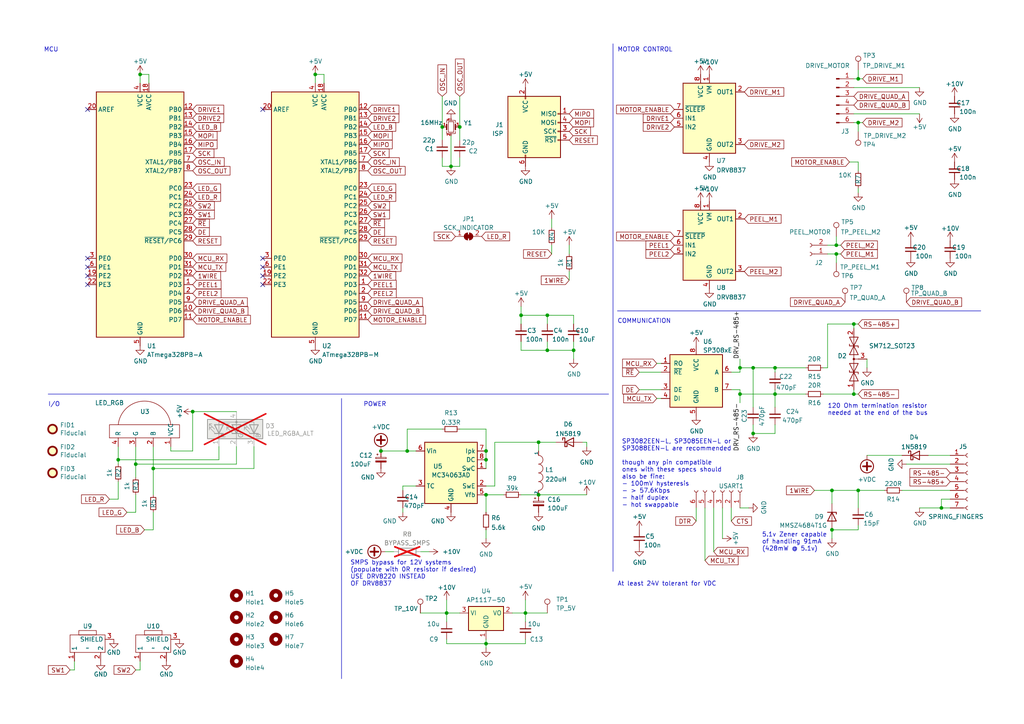
<source format=kicad_sch>
(kicad_sch (version 20230121) (generator eeschema)
  (paper "A4")
  (title_block (title "LumenPnP Feeder Control Board") (rev "09") (company "Opulo, Inc."))
  (junction (at 224.79 106.68))
  (junction (at 129.54 177.8))
  (junction (at 224.79 114.3))
  (junction (at 218.44 106.68))
  (junction (at 156.21 128.27))
  (junction (at 166.37 101.6))
  (junction (at 214.63 106.68))
  (junction (at 248.92 22.86))
  (junction (at 128.27 36.83))
  (junction (at 247.65 114.3))
  (junction (at 214.63 114.3))
  (junction (at 133.35 36.83))
  (junction (at 242.57 71.12))
  (junction (at 140.97 133.35))
  (junction (at 156.21 143.51))
  (junction (at 158.75 91.44))
  (junction (at 118.11 130.81))
  (junction (at 241.3 153.67))
  (junction (at 158.75 101.6))
  (junction (at 152.4 177.8))
  (junction (at 44.45 135.89))
  (junction (at 110.49 130.81))
  (junction (at 273.05 147.32))
  (junction (at 130.81 48.26))
  (junction (at 242.57 73.66))
  (junction (at 151.13 91.44))
  (junction (at 34.29 133.35))
  (junction (at 247.65 93.98))
  (junction (at 248.92 35.56))
  (junction (at 248.92 142.24))
  (junction (at 140.97 143.51))
  (junction (at 218.44 125.73))
  (junction (at 140.97 130.81))
  (junction (at 91.44 21.59))
  (junction (at 55.88 119.38))
  (junction (at 241.3 142.24))
  (junction (at 140.97 186.69))
  (junction (at 40.64 21.59))
  (junction (at 39.37 134.62))
  (no_connect (at 25.4 82.55))
  (no_connect (at 76.2 80.01))
  (no_connect (at 76.2 82.55))
  (no_connect (at 76.2 77.47))
  (no_connect (at 25.4 74.93))
  (no_connect (at 25.4 77.47))
  (no_connect (at 76.2 74.93))
  (no_connect (at 25.4 31.75))
  (no_connect (at 25.4 80.01))
  (no_connect (at 76.2 31.75))
  (wire (pts (xy 31.75 144.78) (xy 34.29 144.78)))
  (wire (pts (xy 247.65 35.56) (xy 248.92 35.56)))
  (wire (pts (xy 160.02 63.5) (xy 160.02 66.04)))
  (wire (pts (xy 248.92 54.61) (xy 248.92 55.88)))
  (wire (pts (xy 129.54 186.69) (xy 129.54 185.42)))
  (wire (pts (xy 248.92 142.24) (xy 256.54 142.24)))
  (wire (pts (xy 248.92 152.4) (xy 248.92 153.67)))
  (wire (pts (xy 151.13 91.44) (xy 151.13 93.98)))
  (wire (pts (xy 34.29 139.7) (xy 34.29 144.78)))
  (wire (pts (xy 224.79 114.3) (xy 224.79 118.11)))
  (wire (pts (xy 44.45 148.59) (xy 44.45 153.67)))
  (wire (pts (xy 129.54 173.99) (xy 129.54 177.8)))
  (wire (pts (xy 140.97 186.69) (xy 129.54 186.69)))
  (wire (pts (xy 39.37 134.62) (xy 39.37 138.43)))
  (wire (pts (xy 212.09 107.95) (xy 214.63 107.95)))
  (wire (pts (xy 140.97 186.69) (xy 140.97 185.42)))
  (wire (pts (xy 251.46 132.08) (xy 261.62 132.08)))
  (wire (pts (xy 224.79 113.03) (xy 224.79 114.3)))
  (wire (pts (xy 242.57 73.66) (xy 243.84 73.66)))
  (wire (pts (xy 241.3 142.24) (xy 241.3 146.05)))
  (wire (pts (xy 238.76 106.68) (xy 240.03 106.68)))
  (wire (pts (xy 266.7 147.32) (xy 273.05 147.32)))
  (wire (pts (xy 36.83 148.59) (xy 39.37 148.59)))
  (wire (pts (xy 165.1 71.12) (xy 165.1 73.66)))
  (wire (pts (xy 133.35 48.26) (xy 130.81 48.26)))
  (wire (pts (xy 212.09 113.03) (xy 214.63 113.03)))
  (wire (pts (xy 247.65 114.3) (xy 247.65 113.03)))
  (wire (pts (xy 160.02 73.66) (xy 160.02 71.12)))
  (wire (pts (xy 34.29 129.54) (xy 34.29 133.35)))
  (wire (pts (xy 130.81 48.26) (xy 128.27 48.26)))
  (wire (pts (xy 240.03 106.68) (xy 240.03 93.98)))
  (wire (pts (xy 140.97 187.96) (xy 140.97 186.69)))
  (wire (pts (xy 151.13 101.6) (xy 158.75 101.6)))
  (wire (pts (xy 152.4 177.8) (xy 158.75 177.8)))
  (wire (pts (xy 242.57 68.58) (xy 242.57 71.12)))
  (wire (pts (xy 49.53 129.54) (xy 49.53 130.81)))
  (wire (pts (xy 152.4 177.8) (xy 152.4 173.99)))
  (wire (pts (xy 248.92 142.24) (xy 248.92 147.32)))
  (wire (pts (xy 55.88 130.81) (xy 55.88 119.38)))
  (wire (pts (xy 156.21 128.27) (xy 161.29 128.27)))
  (wire (pts (xy 63.5 133.35) (xy 63.5 129.54)))
  (wire (pts (xy 242.57 71.12) (xy 243.84 71.12)))
  (wire (pts (xy 241.3 142.24) (xy 248.92 142.24)))
  (wire (pts (xy 214.63 113.03) (xy 214.63 114.3)))
  (wire (pts (xy 248.92 114.3) (xy 247.65 114.3)))
  (wire (pts (xy 143.51 140.97) (xy 143.51 128.27)))
  (wire (pts (xy 248.92 49.53) (xy 248.92 46.99)))
  (wire (pts (xy 156.21 128.27) (xy 156.21 130.81)))
  (wire (pts (xy 241.3 153.67) (xy 241.3 156.21)))
  (wire (pts (xy 214.63 114.3) (xy 214.63 116.84)))
  (wire (pts (xy 120.65 140.97) (xy 116.84 140.97)))
  (wire (pts (xy 166.37 99.06) (xy 166.37 101.6)))
  (wire (pts (xy 166.37 91.44) (xy 158.75 91.44)))
  (wire (pts (xy 218.44 106.68) (xy 218.44 118.11)))
  (wire (pts (xy 44.45 135.89) (xy 44.45 143.51)))
  (wire (pts (xy 273.05 144.78) (xy 275.59 144.78)))
  (wire (pts (xy 190.5 115.57) (xy 191.77 115.57)))
  (wire (pts (xy 40.64 21.59) (xy 43.18 21.59)))
  (wire (pts (xy 251.46 104.14) (xy 251.46 106.68)))
  (wire (pts (xy 73.66 135.89) (xy 73.66 129.54)))
  (wire (pts (xy 110.49 130.81) (xy 118.11 130.81)))
  (wire (pts (xy 218.44 106.68) (xy 224.79 106.68)))
  (wire (pts (xy 140.97 140.97) (xy 143.51 140.97)))
  (wire (pts (xy 156.21 143.51) (xy 170.18 143.51)))
  (wire (pts (xy 273.05 147.32) (xy 275.59 147.32)))
  (wire (pts (xy 166.37 101.6) (xy 166.37 104.14)))
  (wire (pts (xy 224.79 106.68) (xy 224.79 107.95)))
  (wire (pts (xy 133.35 40.64) (xy 133.35 36.83)))
  (wire (pts (xy 248.92 35.56) (xy 250.19 35.56)))
  (wire (pts (xy 40.64 24.13) (xy 40.64 21.59)))
  (wire (pts (xy 21.59 191.77) (xy 21.59 194.31)))
  (wire (pts (xy 151.13 88.9) (xy 151.13 91.44)))
  (wire (pts (xy 140.97 143.51) (xy 146.05 143.51)))
  (wire (pts (xy 209.55 147.32) (xy 209.55 156.21)))
  (wire (pts (xy 39.37 148.59) (xy 39.37 143.51)))
  (wire (pts (xy 44.45 135.89) (xy 73.66 135.89)))
  (wire (pts (xy 214.63 106.68) (xy 218.44 106.68)))
  (wire (pts (xy 44.45 129.54) (xy 44.45 135.89)))
  (wire (pts (xy 49.53 130.81) (xy 55.88 130.81)))
  (wire (pts (xy 218.44 125.73) (xy 224.79 125.73)))
  (wire (pts (xy 158.75 101.6) (xy 166.37 101.6)))
  (wire (pts (xy 158.75 91.44) (xy 158.75 93.98)))
  (wire (pts (xy 248.92 153.67) (xy 241.3 153.67)))
  (wire (pts (xy 128.27 36.83) (xy 128.27 40.64)))
  (polyline (pts (xy 13.97 114.3) (xy 176.53 114.3)))
  (wire (pts (xy 214.63 147.32) (xy 217.17 147.32)))
  (wire (pts (xy 247.65 93.98) (xy 247.65 95.25)))
  (wire (pts (xy 152.4 186.69) (xy 140.97 186.69)))
  (wire (pts (xy 240.03 73.66) (xy 242.57 73.66)))
  (wire (pts (xy 118.11 130.81) (xy 118.11 124.46)))
  (wire (pts (xy 240.03 71.12) (xy 242.57 71.12)))
  (wire (pts (xy 207.01 147.32) (xy 207.01 160.02)))
  (wire (pts (xy 185.42 107.95) (xy 191.77 107.95)))
  (wire (pts (xy 44.45 153.67) (xy 41.91 153.67)))
  (wire (pts (xy 240.03 93.98) (xy 247.65 93.98)))
  (wire (pts (xy 236.22 142.24) (xy 241.3 142.24)))
  (wire (pts (xy 247.65 22.86) (xy 248.92 22.86)))
  (wire (pts (xy 130.81 39.37) (xy 130.81 48.26)))
  (wire (pts (xy 116.84 147.32) (xy 116.84 148.59)))
  (wire (pts (xy 158.75 99.06) (xy 158.75 101.6)))
  (wire (pts (xy 247.65 25.4) (xy 266.7 25.4)))
  (wire (pts (xy 129.54 177.8) (xy 129.54 180.34)))
  (wire (pts (xy 39.37 129.54) (xy 39.37 134.62)))
  (wire (pts (xy 224.79 125.73) (xy 224.79 123.19)))
  (wire (pts (xy 140.97 133.35) (xy 140.97 135.89)))
  (polyline (pts (xy 179.07 90.17) (xy 284.48 90.17)))
  (wire (pts (xy 128.27 27.94) (xy 128.27 36.83)))
  (wire (pts (xy 40.64 194.31) (xy 40.64 191.77)))
  (polyline (pts (xy 99.06 115.57) (xy 99.06 196.85)))
  (wire (pts (xy 143.51 128.27) (xy 156.21 128.27)))
  (wire (pts (xy 242.57 73.66) (xy 242.57 76.2)))
  (wire (pts (xy 93.98 21.59) (xy 93.98 24.13)))
  (wire (pts (xy 238.76 114.3) (xy 247.65 114.3)))
  (wire (pts (xy 68.58 129.54) (xy 68.58 134.62)))
  (wire (pts (xy 248.92 20.32) (xy 248.92 22.86)))
  (wire (pts (xy 34.29 133.35) (xy 63.5 133.35)))
  (wire (pts (xy 152.4 185.42) (xy 152.4 186.69)))
  (wire (pts (xy 118.11 130.81) (xy 120.65 130.81)))
  (wire (pts (xy 170.18 128.27) (xy 170.18 129.54)))
  (wire (pts (xy 247.65 33.02) (xy 266.7 33.02)))
  (wire (pts (xy 34.29 133.35) (xy 34.29 134.62)))
  (wire (pts (xy 224.79 106.68) (xy 233.68 106.68)))
  (wire (pts (xy 273.05 147.32) (xy 273.05 144.78)))
  (wire (pts (xy 128.27 48.26) (xy 128.27 45.72)))
  (wire (pts (xy 165.1 81.28) (xy 165.1 78.74)))
  (wire (pts (xy 201.93 147.32) (xy 201.93 151.13)))
  (wire (pts (xy 121.92 177.8) (xy 129.54 177.8)))
  (wire (pts (xy 218.44 123.19) (xy 218.44 125.73)))
  (wire (pts (xy 140.97 153.67) (xy 140.97 156.21)))
  (wire (pts (xy 121.92 160.02) (xy 124.46 160.02)))
  (wire (pts (xy 140.97 143.51) (xy 140.97 148.59)))
  (wire (pts (xy 168.91 128.27) (xy 170.18 128.27)))
  (wire (pts (xy 214.63 104.14) (xy 214.63 106.68)))
  (wire (pts (xy 152.4 177.8) (xy 152.4 180.34)))
  (wire (pts (xy 91.44 21.59) (xy 93.98 21.59)))
  (wire (pts (xy 248.92 22.86) (xy 250.19 22.86)))
  (wire (pts (xy 151.13 143.51) (xy 156.21 143.51)))
  (wire (pts (xy 68.58 134.62) (xy 39.37 134.62)))
  (wire (pts (xy 21.59 194.31) (xy 20.32 194.31)))
  (wire (pts (xy 212.09 147.32) (xy 212.09 151.13)))
  (wire (pts (xy 190.5 105.41) (xy 191.77 105.41)))
  (wire (pts (xy 129.54 177.8) (xy 133.35 177.8)))
  (wire (pts (xy 140.97 124.46) (xy 140.97 130.81)))
  (wire (pts (xy 224.79 114.3) (xy 233.68 114.3)))
  (wire (pts (xy 116.84 140.97) (xy 116.84 142.24)))
  (wire (pts (xy 111.76 160.02) (xy 114.3 160.02)))
  (wire (pts (xy 43.18 21.59) (xy 43.18 24.13)))
  (wire (pts (xy 269.24 132.08) (xy 275.59 132.08)))
  (wire (pts (xy 158.75 91.44) (xy 151.13 91.44)))
  (polyline (pts (xy 177.8 165.735) (xy 177.8 12.7)))
  (wire (pts (xy 248.92 35.56) (xy 248.92 38.1)))
  (wire (pts (xy 133.35 48.26) (xy 133.35 45.72)))
  (wire (pts (xy 248.92 46.99) (xy 246.38 46.99)))
  (wire (pts (xy 91.44 21.59) (xy 91.44 24.13)))
  (wire (pts (xy 204.47 147.32) (xy 204.47 162.56)))
  (wire (pts (xy 261.62 142.24) (xy 275.59 142.24)))
  (wire (pts (xy 166.37 93.98) (xy 166.37 91.44)))
  (wire (pts (xy 262.89 134.62) (xy 275.59 134.62)))
  (wire (pts (xy 55.88 119.38) (xy 68.58 119.38)))
  (wire (pts (xy 247.65 93.98) (xy 248.92 93.98)))
  (wire (pts (xy 140.97 130.81) (xy 140.97 133.35)))
  (wire (pts (xy 214.63 106.68) (xy 214.63 107.95)))
  (wire (pts (xy 133.35 36.83) (xy 133.35 27.94)))
  (wire (pts (xy 148.59 177.8) (xy 152.4 177.8)))
  (wire (pts (xy 151.13 99.06) (xy 151.13 101.6)))
  (wire (pts (xy 39.37 194.31) (xy 40.64 194.31)))
  (wire (pts (xy 133.35 124.46) (xy 140.97 124.46)))
  (wire (pts (xy 185.42 113.03) (xy 191.77 113.03)))
  (wire (pts (xy 214.63 114.3) (xy 224.79 114.3)))
  (wire (pts (xy 118.11 124.46) (xy 128.27 124.46)))
  (text "SMPS bypass for 12V systems\n(populate with 0R resistor if desired)\nUSE DRV8220 INSTEAD\nOF DRV8837\n" (at 101.6 170.18 0) (effects (font (size 1.27 1.27)) (justify left bottom)))
  (text "I/O" (at 13.97 118.11 0) (effects (font (size 1.27 1.27)) (justify left bottom)))
  (text "COMMUNICATION" (at 179.07 93.98 0) (effects (font (size 1.27 1.27)) (justify left bottom)))
  (text "MOTOR CONTROL" (at 179.07 15.24 0) (effects (font (size 1.27 1.27)) (justify left bottom)))
  (text "POWER" (at 105.41 118.11 0) (effects (font (size 1.27 1.27)) (justify left bottom)))
  (text "SP3082EEN-L, SP3085EEN-L or\nSP3088EEN-L are recommended\n\nthough any pin compatible\nones with these specs should\nalso be fine:\n- 100mV hysteresis\n- > 57.6Kbps\n- half duplex\n- hot swappable" (at 180.34 147.32 0) (effects (font (size 1.27 1.27)) (justify left bottom)))
  (text "5.1v Zener capable\nof handling 91mA \n(428mW @ 5.1v)" (at 220.98 160.02 0) (effects (font (size 1.27 1.27)) (justify left bottom)))
  (text "At least 24V tolerant for VDC\n" (at 179.07 170.18 0) (effects (font (size 1.27 1.27)) (justify left bottom)))
  (text "MCU" (at 12.7 15.24 0) (effects (font (size 1.27 1.27)) (justify left bottom)))
  (text "120 Ohm termination resistor\nneeded at the end of the bus" (at 240.03 120.65 0) (effects (font (size 1.27 1.27)) (justify left bottom)))
  (label "DRV_RS-485-" (at 214.63 116.84 270))
  (label "DRV_RS-485+" (at 214.63 104.14 90))
  (global_label "RESET" (shape input) (at 160.02 73.66 180) (property "Intersheetrefs" "${INTERSHEET_REFS}" (effects hide)))
  (global_label "1WIRE" (shape input) (at 236.22 142.24 180) (property "Intersheetrefs" "${INTERSHEET_REFS}" (effects hide)))
  (global_label "SCK" (shape input) (at 165.1 38.1 0) (property "Intersheetrefs" "${INTERSHEET_REFS}" (effects hide)))
  (global_label "~{RE}" (shape input) (at 106.68 64.77 0) (property "Intersheetrefs" "${INTERSHEET_REFS}" (effects hide)))
  (global_label "MIPO" (shape input) (at 165.1 33.02 0) (property "Intersheetrefs" "${INTERSHEET_REFS}" (effects hide)))
  (global_label "MOTOR_ENABLE" (shape input) (at 55.88 92.71 0) (property "Intersheetrefs" "${INTERSHEET_REFS}" (effects hide)))
  (global_label "PEEL_M1" (shape input) (at 243.84 73.66 0) (property "Intersheetrefs" "${INTERSHEET_REFS}" (effects hide)))
  (global_label "OSC_IN" (shape input) (at 55.88 46.99 0) (property "Intersheetrefs" "${INTERSHEET_REFS}" (effects hide)))
  (global_label "MCU_TX" (shape input) (at 106.68 77.47 0) (property "Intersheetrefs" "${INTERSHEET_REFS}" (effects hide)))
  (global_label "RESET" (shape input) (at 165.1 40.64 0) (property "Intersheetrefs" "${INTERSHEET_REFS}" (effects hide)))
  (global_label "MCU_TX" (shape input) (at 190.5 115.57 180) (property "Intersheetrefs" "${INTERSHEET_REFS}" (effects hide)))
  (global_label "DRIVE2" (shape input) (at 55.88 34.29 0) (property "Intersheetrefs" "${INTERSHEET_REFS}" (effects hide)))
  (global_label "RS-485-" (shape input) (at 248.92 114.3 0) (property "Intersheetrefs" "${INTERSHEET_REFS}" (effects hide)))
  (global_label "LED_R" (shape input) (at 139.7 68.58 0) (property "Intersheetrefs" "${INTERSHEET_REFS}" (effects hide)))
  (global_label "LED_R" (shape input) (at 106.68 57.15 0) (property "Intersheetrefs" "${INTERSHEET_REFS}" (effects hide)))
  (global_label "OSC_OUT" (shape input) (at 133.35 27.94 90) (property "Intersheetrefs" "${INTERSHEET_REFS}" (effects hide)))
  (global_label "DRIVE_M2" (shape input) (at 215.9 41.91 0) (property "Intersheetrefs" "${INTERSHEET_REFS}" (effects hide)))
  (global_label "SW1" (shape input) (at 55.88 62.23 0) (property "Intersheetrefs" "${INTERSHEET_REFS}" (effects hide)))
  (global_label "MCU_TX" (shape input) (at 204.47 162.56 0) (property "Intersheetrefs" "${INTERSHEET_REFS}" (effects hide)))
  (global_label "LED_B" (shape input) (at 41.91 153.67 180) (property "Intersheetrefs" "${INTERSHEET_REFS}" (effects hide)))
  (global_label "DRIVE_QUAD_B" (shape input) (at 55.88 90.17 0) (property "Intersheetrefs" "${INTERSHEET_REFS}" (effects hide)))
  (global_label "DTR" (shape input) (at 201.93 151.13 180) (property "Intersheetrefs" "${INTERSHEET_REFS}" (effects hide)))
  (global_label "DRIVE_QUAD_A" (shape input) (at 245.11 87.63 180) (property "Intersheetrefs" "${INTERSHEET_REFS}" (effects hide)))
  (global_label "PEEL1" (shape input) (at 55.88 82.55 0) (property "Intersheetrefs" "${INTERSHEET_REFS}" (effects hide)))
  (global_label "DRIVE_M2" (shape input) (at 250.19 35.56 0) (property "Intersheetrefs" "${INTERSHEET_REFS}" (effects hide)))
  (global_label "OSC_IN" (shape input) (at 106.68 46.99 0) (property "Intersheetrefs" "${INTERSHEET_REFS}" (effects hide)))
  (global_label "LED_B" (shape input) (at 55.88 36.83 0) (property "Intersheetrefs" "${INTERSHEET_REFS}" (effects hide)))
  (global_label "MOPI" (shape input) (at 165.1 35.56 0) (property "Intersheetrefs" "${INTERSHEET_REFS}" (effects hide)))
  (global_label "1WIRE" (shape input) (at 106.68 80.01 0) (property "Intersheetrefs" "${INTERSHEET_REFS}" (effects hide)))
  (global_label "MCU_RX" (shape input) (at 207.01 160.02 0) (property "Intersheetrefs" "${INTERSHEET_REFS}" (effects hide)))
  (global_label "MCU_RX" (shape input) (at 55.88 74.93 0) (property "Intersheetrefs" "${INTERSHEET_REFS}" (effects hide)))
  (global_label "DRIVE_QUAD_B" (shape input) (at 262.89 87.63 0) (property "Intersheetrefs" "${INTERSHEET_REFS}" (effects hide)))
  (global_label "SCK" (shape input) (at 106.68 44.45 0) (property "Intersheetrefs" "${INTERSHEET_REFS}" (effects hide)))
  (global_label "SCK" (shape input) (at 132.08 68.58 180) (property "Intersheetrefs" "${INTERSHEET_REFS}" (effects hide)))
  (global_label "DRIVE1" (shape input) (at 106.68 31.75 0) (property "Intersheetrefs" "${INTERSHEET_REFS}" (effects hide)))
  (global_label "DRIVE_QUAD_A" (shape input) (at 106.68 87.63 0) (property "Intersheetrefs" "${INTERSHEET_REFS}" (effects hide)))
  (global_label "DRIVE1" (shape input) (at 55.88 31.75 0) (property "Intersheetrefs" "${INTERSHEET_REFS}" (effects hide)))
  (global_label "CTS" (shape input) (at 212.09 151.13 0) (property "Intersheetrefs" "${INTERSHEET_REFS}" (effects hide)))
  (global_label "~{RE}" (shape input) (at 55.88 64.77 0) (property "Intersheetrefs" "${INTERSHEET_REFS}" (effects hide)))
  (global_label "1WIRE" (shape input) (at 165.1 81.28 180) (property "Intersheetrefs" "${INTERSHEET_REFS}" (effects hide)))
  (global_label "MOTOR_ENABLE" (shape input) (at 106.68 92.71 0) (property "Intersheetrefs" "${INTERSHEET_REFS}" (effects hide)))
  (global_label "OSC_IN" (shape input) (at 128.27 27.94 90) (property "Intersheetrefs" "${INTERSHEET_REFS}" (effects hide)))
  (global_label "LED_G" (shape input) (at 36.83 148.59 180) (property "Intersheetrefs" "${INTERSHEET_REFS}" (effects hide)))
  (global_label "PEEL1" (shape input) (at 106.68 82.55 0) (property "Intersheetrefs" "${INTERSHEET_REFS}" (effects hide)))
  (global_label "OSC_OUT" (shape input) (at 55.88 49.53 0) (property "Intersheetrefs" "${INTERSHEET_REFS}" (effects hide)))
  (global_label "DRIVE_M1" (shape input) (at 250.19 22.86 0) (property "Intersheetrefs" "${INTERSHEET_REFS}" (effects hide)))
  (global_label "MCU_RX" (shape input) (at 190.5 105.41 180) (property "Intersheetrefs" "${INTERSHEET_REFS}" (effects hide)))
  (global_label "MOPI" (shape input) (at 106.68 39.37 0) (property "Intersheetrefs" "${INTERSHEET_REFS}" (effects hide)))
  (global_label "MOTOR_ENABLE" (shape input) (at 195.58 31.75 180) (property "Intersheetrefs" "${INTERSHEET_REFS}" (effects hide)))
  (global_label "OSC_OUT" (shape input) (at 106.68 49.53 0) (property "Intersheetrefs" "${INTERSHEET_REFS}" (effects hide)))
  (global_label "DRIVE_M1" (shape input) (at 215.9 26.67 0) (property "Intersheetrefs" "${INTERSHEET_REFS}" (effects hide)))
  (global_label "~{RE}" (shape input) (at 185.42 107.95 180) (property "Intersheetrefs" "${INTERSHEET_REFS}" (effects hide)))
  (global_label "DRIVE2" (shape input) (at 106.68 34.29 0) (property "Intersheetrefs" "${INTERSHEET_REFS}" (effects hide)))
  (global_label "PEEL_M2" (shape input) (at 215.9 78.74 0) (property "Intersheetrefs" "${INTERSHEET_REFS}" (effects hide)))
  (global_label "DRIVE_QUAD_B" (shape input) (at 247.65 30.48 0) (property "Intersheetrefs" "${INTERSHEET_REFS}" (effects hide)))
  (global_label "SW2" (shape input) (at 39.37 194.31 180) (property "Intersheetrefs" "${INTERSHEET_REFS}" (effects hide)))
  (global_label "LED_G" (shape input) (at 55.88 54.61 0) (property "Intersheetrefs" "${INTERSHEET_REFS}" (effects hide)))
  (global_label "LED_B" (shape input) (at 106.68 36.83 0) (property "Intersheetrefs" "${INTERSHEET_REFS}" (effects hide)))
  (global_label "MOPI" (shape input) (at 55.88 39.37 0) (property "Intersheetrefs" "${INTERSHEET_REFS}" (effects hide)))
  (global_label "PEEL2" (shape input) (at 106.68 85.09 0) (property "Intersheetrefs" "${INTERSHEET_REFS}" (effects hide)))
  (global_label "PEEL1" (shape input) (at 195.58 71.12 180) (property "Intersheetrefs" "${INTERSHEET_REFS}" (effects hide)))
  (global_label "DRIVE2" (shape input) (at 195.58 36.83 180) (property "Intersheetrefs" "${INTERSHEET_REFS}" (effects hide)))
  (global_label "SCK" (shape input) (at 55.88 44.45 0) (property "Intersheetrefs" "${INTERSHEET_REFS}" (effects hide)))
  (global_label "DRIVE_QUAD_A" (shape input) (at 247.65 27.94 0) (property "Intersheetrefs" "${INTERSHEET_REFS}" (effects hide)))
  (global_label "SW2" (shape input) (at 55.88 59.69 0) (property "Intersheetrefs" "${INTERSHEET_REFS}" (effects hide)))
  (global_label "1WIRE" (shape input) (at 55.88 80.01 0) (property "Intersheetrefs" "${INTERSHEET_REFS}" (effects hide)))
  (global_label "SW1" (shape input) (at 20.32 194.31 180) (property "Intersheetrefs" "${INTERSHEET_REFS}" (effects hide)))
  (global_label "MIPO" (shape input) (at 55.88 41.91 0) (property "Intersheetrefs" "${INTERSHEET_REFS}" (effects hide)))
  (global_label "SW2" (shape input) (at 106.68 59.69 0) (property "Intersheetrefs" "${INTERSHEET_REFS}" (effects hide)))
  (global_label "LED_R" (shape input) (at 31.75 144.78 180) (property "Intersheetrefs" "${INTERSHEET_REFS}" (effects hide)))
  (global_label "DRIVE1" (shape input) (at 195.58 34.29 180) (property "Intersheetrefs" "${INTERSHEET_REFS}" (effects hide)))
  (global_label "DRIVE_QUAD_B" (shape input) (at 106.68 90.17 0) (property "Intersheetrefs" "${INTERSHEET_REFS}" (effects hide)))
  (global_label "PEEL2" (shape input) (at 195.58 73.66 180) (property "Intersheetrefs" "${INTERSHEET_REFS}" (effects hide)))
  (global_label "DRIVE_QUAD_A" (shape input) (at 55.88 87.63 0) (property "Intersheetrefs" "${INTERSHEET_REFS}" (effects hide)))
  (global_label "DE" (shape input) (at 185.42 113.03 180) (property "Intersheetrefs" "${INTERSHEET_REFS}" (effects hide)))
  (global_label "RESET" (shape input) (at 106.68 69.85 0) (property "Intersheetrefs" "${INTERSHEET_REFS}" (effects hide)))
  (global_label "MOTOR_ENABLE" (shape input) (at 246.38 46.99 180) (property "Intersheetrefs" "${INTERSHEET_REFS}" (effects hide)))
  (global_label "RS-485+" (shape input) (at 275.59 139.7 180) (property "Intersheetrefs" "${INTERSHEET_REFS}" (effects hide)))
  (global_label "RS-485+" (shape input) (at 248.92 93.98 0) (property "Intersheetrefs" "${INTERSHEET_REFS}" (effects hide)))
  (global_label "RS-485-" (shape input) (at 275.59 137.16 180) (property "Intersheetrefs" "${INTERSHEET_REFS}" (effects hide)))
  (global_label "LED_R" (shape input) (at 55.88 57.15 0) (property "Intersheetrefs" "${INTERSHEET_REFS}" (effects hide)))
  (global_label "MCU_TX" (shape input) (at 55.88 77.47 0) (property "Intersheetrefs" "${INTERSHEET_REFS}" (effects hide)))
  (global_label "LED_G" (shape input) (at 106.68 54.61 0) (property "Intersheetrefs" "${INTERSHEET_REFS}" (effects hide)))
  (global_label "SW1" (shape input) (at 106.68 62.23 0) (property "Intersheetrefs" "${INTERSHEET_REFS}" (effects hide)))
  (global_label "PEEL_M1" (shape input) (at 215.9 63.5 0) (property "Intersheetrefs" "${INTERSHEET_REFS}" (effects hide)))
  (global_label "MCU_RX" (shape input) (at 106.68 74.93 0) (property "Intersheetrefs" "${INTERSHEET_REFS}" (effects hide)))
  (global_label "PEEL2" (shape input) (at 55.88 85.09 0) (property "Intersheetrefs" "${INTERSHEET_REFS}" (effects hide)))
  (global_label "MIPO" (shape input) (at 106.68 41.91 0) (property "Intersheetrefs" "${INTERSHEET_REFS}" (effects hide)))
  (global_label "DE" (shape input) (at 106.68 67.31 0) (property "Intersheetrefs" "${INTERSHEET_REFS}" (effects hide)))
  (global_label "MOTOR_ENABLE" (shape input) (at 195.58 68.58 180) (property "Intersheetrefs" "${INTERSHEET_REFS}" (effects hide)))
  (global_label "PEEL_M2" (shape input) (at 243.84 71.12 0) (property "Intersheetrefs" "${INTERSHEET_REFS}" (effects hide)))
  (global_label "DE" (shape input) (at 55.88 67.31 0) (property "Intersheetrefs" "${INTERSHEET_REFS}" (effects hide)))
  (global_label "RESET" (shape input) (at 55.88 69.85 0) (property "Intersheetrefs" "${INTERSHEET_REFS}" (effects hide)))
  (symbol (lib_id "Device:R_Small") (at 39.37 140.97 180) (unit 1)
    (property "Reference" "R3" (at 39.37 140.97 90))
    (property "Value" "1k" (at 36.83 140.97 90))
    (property "Footprint" "Resistor_SMD:R_0805_2012Metric" (effects hide))
    (property "JLCPCB" "C17710" (effects hide))
    (property "LCSC" "C119076" (effects hide))
  )
  (symbol (lib_id "power:GND") (at 48.26 191.77 0) (unit 1)
    (property "Reference" "#PWR019" (effects hide))
    (property "Value" "GND" (at 48.26 195.58 0))
  )
  (symbol (lib_id "Device:C_Small") (at 128.27 43.18 0) (unit 1)
    (property "Reference" "C1" (at 123.19 43.18 0) (effects (justify left)))
    (property "Value" "22p" (at 122.555 40.64 0) (effects (justify left)))
    (property "Footprint" "Capacitor_SMD:C_0805_2012Metric" (effects hide))
    (property "JLCPCB" "C1794" (effects hide))
    (property "LCSC" "C376865" (effects hide))
  )
  (symbol (lib_id "Device:C_Small") (at 133.35 43.18 0) (unit 1)
    (property "Reference" "C2" (at 135.89 43.815 0) (effects (justify left)))
    (property "Value" "22p" (at 133.985 41.275 0) (effects (justify left)))
    (property "Footprint" "Capacitor_SMD:C_0805_2012Metric" (effects hide))
    (property "JLCPCB" "C1794" (effects hide))
    (property "LCSC" "C376865" (effects hide))
  )
  (symbol (lib_id "power:GND") (at 130.81 48.26 0) (unit 1)
    (property "Reference" "#PWR09" (effects hide))
    (property "Value" "GND" (at 130.937 52.6542 0))
  )
  (symbol (lib_id "Device:R_Small") (at 34.29 137.16 180) (unit 1)
    (property "Reference" "R2" (at 34.29 137.16 90))
    (property "Value" "1k" (at 31.75 137.16 90))
    (property "Footprint" "Resistor_SMD:R_0805_2012Metric" (effects hide))
    (property "JLCPCB" "C17710" (effects hide))
    (property "LCSC" "C119076" (effects hide))
  )
  (symbol (lib_id "Device:Crystal_GND24_Small") (at 130.81 36.83 0) (unit 1)
    (property "Reference" "Y1" (at 134.4676 35.6616 0) (effects (justify left)))
    (property "Value" "16MHz" (at 121.92 35.56 0) (effects (justify left)))
    (property "Footprint" "Crystal:Crystal_SMD_3225-4Pin_3.2x2.5mm_HandSoldering" (effects hide))
    (property "JLCPCB" "C253751" (effects hide))
    (property "LCSC" "C648984" (effects hide))
  )
  (symbol (lib_id "Mechanical:Fiducial") (at 15.24 124.46 0) (unit 1)
    (property "Reference" "FID1" (at 17.399 123.2916 0) (effects (justify left)))
    (property "Value" "Fiducial" (at 17.399 125.603 0) (effects (justify left)))
    (property "Footprint" "Fiducial:Fiducial_1mm_Mask2mm" (effects hide))
  )
  (symbol (lib_id "Mechanical:Fiducial") (at 15.24 130.81 0) (unit 1)
    (property "Reference" "FID2" (at 17.399 129.6416 0) (effects (justify left)))
    (property "Value" "Fiducial" (at 17.399 131.953 0) (effects (justify left)))
    (property "Footprint" "Fiducial:Fiducial_1mm_Mask2mm" (effects hide))
  )
  (symbol (lib_id "Mechanical:Fiducial") (at 15.24 137.16 0) (unit 1)
    (property "Reference" "FID3" (at 17.399 135.9916 0) (effects (justify left)))
    (property "Value" "Fiducial" (at 17.399 138.303 0) (effects (justify left)))
    (property "Footprint" "Fiducial:Fiducial_1mm_Mask2mm" (effects hide))
  )
  (symbol (lib_id "Device:R_Small") (at 44.45 146.05 180) (unit 1)
    (property "Reference" "R5" (at 44.45 146.05 90))
    (property "Value" "1k" (at 41.91 146.05 90))
    (property "Footprint" "Resistor_SMD:R_0805_2012Metric" (effects hide))
    (property "JLCPCB" "C17710" (effects hide))
    (property "LCSC" "C119076" (effects hide))
  )
  (symbol (lib_id "power:GND") (at 130.81 34.29 180) (unit 1)
    (property "Reference" "#PWR0124" (effects hide))
    (property "Value" "GND" (at 130.683 29.8958 0))
  )
  (symbol (lib_id "Device:R_Small") (at 165.1 76.2 180) (unit 1)
    (property "Reference" "R1" (at 165.1 76.2 90))
    (property "Value" "1k" (at 162.56 76.2 90))
    (property "Footprint" "Resistor_SMD:R_0805_2012Metric" (effects hide))
    (property "JLCPCB" "C17513" (effects hide))
    (property "LCSC" "C17513" (effects hide))
  )
  (symbol (lib_id "power:GND") (at 140.97 156.21 0) (unit 1)
    (property "Reference" "#PWR0117" (effects hide))
    (property "Value" "GND" (at 140.97 160.7725 0))
  )
  (symbol (lib_id "Diode:SM712_SOT23") (at 247.65 104.14 90) (unit 1)
    (property "Reference" "D2" (at 245.6434 103.2315 90) (effects (justify left)))
    (property "Value" "SM712_SOT23" (at 265.43 100.33 90) (effects (justify left)))
    (property "Footprint" "Package_TO_SOT_SMD:SOT-23" (effects hide))
    (property "Datasheet" "https://www.littelfuse.com/~/media/electronics/datasheets/tvs_diode_arrays/littelfuse_tvs_diode_array_sm712_datasheet.pdf.pdf" (effects hide))
    (property "LCSC" "C521963" (effects hide))
  )
  (symbol (lib_id "power:GND") (at 241.3 156.21 0) (unit 1)
    (property "Reference" "#PWR0139" (effects hide))
    (property "Value" "GND" (at 241.427 160.6042 0))
  )
  (symbol (lib_id "Device:R_Small") (at 236.22 106.68 90) (unit 1)
    (property "Reference" "R15" (at 236.22 109.22 90))
    (property "Value" "20R" (at 236.22 104.14 90))
    (property "Footprint" "Resistor_SMD:R_0805_2012Metric" (effects hide))
  )
  (symbol (lib_id "feeder:1TS003B-1400-3500A-CT") (at 44.45 187.96 0) (unit 1)
    (property "Reference" "U10" (at 44.45 181.61 0))
    (property "Value" "~" (at 44.45 187.96 0))
    (property "Footprint" "feeder:1TS003B-1400-3500A-CT" (effects hide))
  )
  (symbol (lib_id "power:+VDC") (at 111.76 160.02 90) (unit 1)
    (property "Reference" "#PWR0149" (effects hide))
    (property "Value" "+VDC" (at 105.41 160.02 90) (effects (justify left)))
  )
  (symbol (lib_id "power:GND") (at 116.84 148.59 0) (unit 1)
    (property "Reference" "#PWR0101" (effects hide))
    (property "Value" "GND" (at 113.03 151.13 0))
  )
  (symbol (lib_id "power:+10V") (at 205.74 21.59 0) (unit 1)
    (property "Reference" "#PWR0103" (effects hide))
    (property "Value" "+10V" (at 205.74 17.9855 0))
  )
  (symbol (lib_id "Connector:TestPoint") (at 262.89 87.63 0) (unit 1)
    (property "Reference" "TP8" (at 264.287 83.4195 0) (effects (justify left)))
    (property "Value" "TP_QUAD_B" (at 264.16 85.09 0) (effects (justify left)))
    (property "Footprint" "TestPoint:TestPoint_Pad_D2.0mm" (effects hide))
  )
  (symbol (lib_id "power:+10V") (at 124.46 160.02 270) (unit 1)
    (property "Reference" "#PWR0135" (effects hide))
    (property "Value" "+10V" (at 128.27 160.02 90) (effects (justify left)))
  )
  (symbol (lib_id "power:+5V") (at 276.86 46.99 0) (unit 1)
    (property "Reference" "#PWR0122" (effects hide))
    (property "Value" "+5V" (at 276.86 43.18 0))
  )
  (symbol (lib_id "power:GND") (at 40.64 100.33 0) (unit 1)
    (property "Reference" "#PWR010" (effects hide))
    (property "Value" "GND" (at 40.767 104.7242 0))
  )
  (symbol (lib_id "Device:D_Zener") (at 241.3 149.86 270) (unit 1)
    (property "Reference" "D9" (at 236.22 149.86 90) (effects (justify left)))
    (property "Value" "MMSZ4684T1G" (at 226.06 152.4 90) (effects (justify left)))
    (property "Footprint" "Diode_SMD:D_SOD-123" (effects hide))
    (property "JLCPCB" "MMSZ4684T1G" (effects hide))
  )
  (symbol (lib_id "Connector:TestPoint") (at 245.11 87.63 0) (unit 1)
    (property "Reference" "TP7" (at 246.507 83.4195 0) (effects (justify left)))
    (property "Value" "TP_QUAD_A" (at 246.38 86.36 0) (effects (justify left)))
    (property "Footprint" "TestPoint:TestPoint_Pad_D2.0mm" (effects hide))
  )
  (symbol (lib_id "power:+5V") (at 209.55 156.21 270) (unit 1)
    (property "Reference" "#PWR0125" (effects hide))
    (property "Value" "+5V" (at 213.36 156.21 0))
  )
  (symbol (lib_id "Mechanical:MountingHole") (at 80.01 172.72 0) (unit 1)
    (property "Reference" "H5" (at 82.55 172.085 0) (effects (justify left)))
    (property "Value" "Hole5" (at 82.55 174.625 0) (effects (justify left)))
    (property "Footprint" "feeder:MountingHole_4.2mm_24822" (effects hide))
  )
  (symbol (lib_id "Device:C_Small") (at 275.59 72.39 180) (unit 1)
    (property "Reference" "C19" (at 280.035 71.755 0) (effects (justify left)))
    (property "Value" "100n" (at 281.94 74.295 0) (effects (justify left)))
    (property "Footprint" "Capacitor_SMD:C_0805_2012Metric" (effects hide))
    (property "JLCPCB" "C49678" (effects hide))
    (property "LCSC" "C476766" (effects hide))
  )
  (symbol (lib_id "Driver_Motor:DRV8837") (at 205.74 71.12 0) (unit 1)
    (property "Reference" "U8" (at 207.7594 83.4295 0) (effects (justify left)))
    (property "Value" "DRV8837" (at 207.7594 86.2046 0) (effects (justify left)))
    (property "Footprint" "Package_SON:WSON-8-1EP_2x2mm_P0.5mm_EP0.9x1.6mm" (effects hide))
    (property "Datasheet" "http://www.ti.com/lit/ds/symlink/drv8837.pdf" (effects hide))
  )
  (symbol (lib_id "Mechanical:MountingHole") (at 80.01 179.07 0) (unit 1)
    (property "Reference" "H6" (at 82.55 178.435 0) (effects (justify left)))
    (property "Value" "Hole6" (at 82.55 180.975 0) (effects (justify left)))
    (property "Footprint" "feeder:MountingHole_4.2mm_24822" (effects hide))
  )
  (symbol (lib_id "Connector:TestPoint") (at 242.57 68.58 0) (unit 1)
    (property "Reference" "TP5" (at 243.967 64.3695 0) (effects (justify left)))
    (property "Value" "TP_PEEL_M2" (at 243.84 67.31 0) (effects (justify left)))
    (property "Footprint" "TestPoint:TestPoint_Pad_D2.0mm" (effects hide))
  )
  (symbol (lib_id "power:GND") (at 266.7 147.32 0) (unit 1)
    (property "Reference" "#PWR0133" (effects hide))
    (property "Value" "GND" (at 266.827 151.7142 0))
  )
  (symbol (lib_id "power:GND") (at 156.21 148.59 0) (unit 1)
    (property "Reference" "#PWR0118" (effects hide))
    (property "Value" "GND" (at 156.21 153.1525 0))
  )
  (symbol (lib_id "power:GND") (at 29.21 191.77 0) (unit 1)
    (property "Reference" "#PWR08" (effects hide))
    (property "Value" "GND" (at 29.21 195.58 0))
  )
  (symbol (lib_id "Device:C_Small") (at 264.16 72.39 180) (unit 1)
    (property "Reference" "C20" (at 268.605 71.755 0) (effects (justify left)))
    (property "Value" "100n" (at 270.51 74.295 0) (effects (justify left)))
    (property "Footprint" "Capacitor_SMD:C_0805_2012Metric" (effects hide))
    (property "JLCPCB" "C49678" (effects hide))
    (property "LCSC" "C476766" (effects hide))
  )
  (symbol (lib_id "power:GND") (at 110.49 135.89 0) (unit 1)
    (property "Reference" "#PWR0106" (effects hide))
    (property "Value" "GND" (at 106.68 138.43 0))
  )
  (symbol (lib_id "Diode:1N5819") (at 265.43 132.08 0) (unit 1)
    (property "Reference" "D4" (at 265.1125 126.8435 0))
    (property "Value" "1N5819" (at 265.1125 129.6186 0))
    (property "Footprint" "Diode_SMD:D_SOD-123" (effects hide))
    (property "Datasheet" "http://www.vishay.com/docs/88525/1n5817.pdf" (effects hide))
  )
  (symbol (lib_id "power:+5V") (at 266.7 33.02 180) (unit 1)
    (property "Reference" "#PWR0123" (effects hide))
    (property "Value" "+5V" (at 266.7 36.83 0))
  )
  (symbol (lib_id "Device:R_Small") (at 148.59 143.51 90) (unit 1)
    (property "Reference" "R9" (at 148.59 138.8069 90))
    (property "Value" "39k" (at 148.59 141.582 90))
    (property "Footprint" "Resistor_SMD:R_0805_2012Metric" (effects hide))
  )
  (symbol (lib_id "Device:C_Small") (at 116.84 144.78 180) (unit 1)
    (property "Reference" "C14" (at 121.285 144.145 0) (effects (justify left)))
    (property "Value" "470pF" (at 123.19 146.685 0) (effects (justify left)))
    (property "Footprint" "Capacitor_SMD:C_0805_2012Metric" (effects hide))
    (property "JLCPCB" "C49678" (effects hide))
    (property "LCSC" "C476766" (effects hide))
  )
  (symbol (lib_id "Device:C_Small") (at 158.75 96.52 180) (unit 1)
    (property "Reference" "C4" (at 163.195 95.885 0) (effects (justify left)))
    (property "Value" "100n" (at 165.1 98.425 0) (effects (justify left)))
    (property "Footprint" "Capacitor_SMD:C_0805_2012Metric" (effects hide))
    (property "JLCPCB" "C49678" (effects hide))
    (property "LCSC" "C476766" (effects hide))
  )
  (symbol (lib_id "power:+5V") (at 203.2 21.59 0) (unit 1)
    (property "Reference" "#PWR0104" (effects hide))
    (property "Value" "+5V" (at 203.2 17.78 0))
  )
  (symbol (lib_id "Device:C_Small") (at 218.44 120.65 180) (unit 1)
    (property "Reference" "C23" (at 215.9 120.65 90))
    (property "Value" "470pF" (at 220.98 120.65 90))
    (property "Footprint" "Capacitor_SMD:C_0805_2012Metric" (effects hide))
    (property "JLCPCB" "C49678" (effects hide))
    (property "LCSC" "C476766" (effects hide))
  )
  (symbol (lib_id "power:GND") (at 248.92 55.88 0) (unit 1)
    (property "Reference" "#PWR0137" (effects hide))
    (property "Value" "GND" (at 249.047 60.2742 0))
  )
  (symbol (lib_id "feeder:SP3088E") (at 201.93 110.49 0) (unit 1)
    (property "Reference" "U6" (at 203.8859 99.06 0) (effects (justify left)))
    (property "Value" "SP308xE" (at 203.8859 101.6 0) (effects (justify left)))
    (property "Footprint" "Package_SO:SOIC-8_3.9x4.9mm_P1.27mm" (effects hide))
    (property "Datasheet" "https://assets.maxlinear.com/web/documents/sipex/datasheets/sp3082e_sp3083e_sp3084e_sp3085e_sp3088e.pdf" (effects hide))
  )
  (symbol (lib_id "power:+5V") (at 203.2 58.42 0) (unit 1)
    (property "Reference" "#PWR0108" (effects hide))
    (property "Value" "+5V" (at 203.2 54.61 0))
  )
  (symbol (lib_id "Device:R_Small") (at 248.92 52.07 180) (unit 1)
    (property "Reference" "R7" (at 248.92 52.07 90))
    (property "Value" "10K" (at 245.11 50.8 0))
    (property "Footprint" "Resistor_SMD:R_0805_2012Metric" (effects hide))
    (property "JLCPCB" "C17513" (effects hide))
    (property "LCSC" "C17513" (effects hide))
  )
  (symbol (lib_id "power:+10V") (at 205.74 58.42 0) (unit 1)
    (property "Reference" "#PWR0110" (effects hide))
    (property "Value" "+10V" (at 205.74 54.8155 0))
  )
  (symbol (lib_id "power:+5V") (at 165.1 71.12 0) (unit 1)
    (property "Reference" "#PWR0127" (effects hide))
    (property "Value" "+5V" (at 165.1 67.31 0))
  )
  (symbol (lib_id "power:+5V") (at 160.02 63.5 0) (unit 1)
    (property "Reference" "#PWR0128" (effects hide))
    (property "Value" "+5V" (at 160.02 59.69 0))
  )
  (symbol (lib_id "Diode:1N5819") (at 165.1 128.27 0) (unit 1)
    (property "Reference" "D6" (at 164.7825 123.0335 0))
    (property "Value" "1N5819" (at 164.7825 125.8086 0))
    (property "Footprint" "Diode_SMD:D_SOD-123" (effects hide))
    (property "Datasheet" "http://www.vishay.com/docs/88525/1n5817.pdf" (effects hide))
  )
  (symbol (lib_id "power:GND") (at 52.07 185.42 0) (unit 1)
    (property "Reference" "#PWR02" (effects hide))
    (property "Value" "GND" (at 52.07 189.23 0))
  )
  (symbol (lib_id "power:GND") (at 276.86 33.02 0) (unit 1)
    (property "Reference" "#PWR0146" (effects hide))
    (property "Value" "GND" (at 276.987 37.4142 0))
  )
  (symbol (lib_id "Device:R_Small") (at 130.81 124.46 90) (unit 1)
    (property "Reference" "R13" (at 130.81 119.7569 90))
    (property "Value" "0.33R" (at 130.81 122.532 90))
    (property "Footprint" "Resistor_SMD:R_0805_2012Metric" (effects hide))
  )
  (symbol (lib_id "power:+5V") (at 55.88 119.38 90) (unit 1)
    (property "Reference" "#PWR0148" (effects hide))
    (property "Value" "+5V" (at 52.07 119.38 0))
  )
  (symbol (lib_id "pspice:INDUCTOR") (at 156.21 137.16 270) (unit 1)
    (property "Reference" "L1" (at 158.115 136.2515 90) (effects (justify left)))
    (property "Value" "220uH" (at 158.115 139.0266 90) (effects (justify left)))
    (property "Footprint" "Inductor_SMD:L_6.3x6.3_H3" (effects hide))
    (property "LCSC" "C467145" (effects hide))
  )
  (symbol (lib_id "Mechanical:MountingHole") (at 68.58 185.42 0) (unit 1)
    (property "Reference" "H3" (at 71.12 184.785 0) (effects (justify left)))
    (property "Value" "Hole3" (at 71.12 187.325 0) (effects (justify left)))
    (property "Footprint" "feeder:MountingHole_4.2mm_24822" (effects hide))
  )
  (symbol (lib_id "Device:R") (at 118.11 160.02 90) (unit 1) (dnp yes)
    (property "Reference" "R8" (at 118.11 154.94 90))
    (property "Value" "BYPASS_SMPS" (at 118.11 157.48 90))
    (property "Footprint" "Resistor_SMD:R_0805_2012Metric" (effects hide))
  )
  (symbol (lib_id "power:+VDC") (at 251.46 132.08 180) (unit 1)
    (property "Reference" "#PWR0107" (effects hide))
    (property "Value" "+VDC" (at 251.46 139.065 0))
  )
  (symbol (lib_id "Connector:TestPoint") (at 242.57 76.2 180) (unit 1)
    (property "Reference" "TP6" (at 247.65 80.01 0) (effects (justify left)))
    (property "Value" "TP_PEEL_M1" (at 255.27 77.47 0) (effects (justify left)))
    (property "Footprint" "TestPoint:TestPoint_Pad_D2.0mm" (effects hide))
  )
  (symbol (lib_id "power:GND") (at 251.46 106.68 0) (unit 1)
    (property "Reference" "#PWR0116" (effects hide))
    (property "Value" "GND" (at 251.587 111.0742 0))
  )
  (symbol (lib_id "power:GND") (at 218.44 125.73 0) (unit 1)
    (property "Reference" "#PWR07" (effects hide))
    (property "Value" "GND" (at 218.567 130.1242 0))
  )
  (symbol (lib_id "power:GND") (at 266.7 25.4 0) (unit 1)
    (property "Reference" "#PWR0129" (effects hide))
    (property "Value" "GND" (at 266.827 29.7942 0))
  )
  (symbol (lib_id "power:GND") (at 201.93 120.65 0) (unit 1)
    (property "Reference" "#PWR0109" (effects hide))
    (property "Value" "GND" (at 202.057 125.0442 0))
  )
  (symbol (lib_id "Connector:TestPoint") (at 158.75 177.8 0) (unit 1)
    (property "Reference" "TP1" (at 161.29 173.863 0) (effects (justify left)))
    (property "Value" "TP_5V" (at 161.29 176.403 0) (effects (justify left)))
    (property "Footprint" "TestPoint:TestPoint_Pad_D2.0mm" (effects hide))
  )
  (symbol (lib_id "Connector:Conn_01x06_Socket") (at 209.55 142.24 270) (mirror x) (unit 1)
    (property "Reference" "J8" (at 214.63 138.43 90))
    (property "Value" "USART1" (at 212.09 140.97 90))
    (property "Footprint" "feeder:UART_FRICTION_FIT" (effects hide))
  )
  (symbol (lib_id "power:GND") (at 166.37 104.14 0) (unit 1)
    (property "Reference" "#PWR0120" (effects hide))
    (property "Value" "GND" (at 166.497 108.5342 0))
  )
  (symbol (lib_id "Jumper:SolderJumper_2_Bridged") (at 135.89 68.58 0) (unit 1)
    (property "Reference" "JP1" (at 135.89 63.5 0))
    (property "Value" "SCK_INDICATOR" (at 135.89 66.04 0))
    (property "Footprint" "Jumper:SolderJumper-2_P1.3mm_Bridged_RoundedPad1.0x1.5mm" (effects hide))
  )
  (symbol (lib_id "Mechanical:MountingHole") (at 80.01 185.42 0) (unit 1)
    (property "Reference" "H7" (at 82.55 184.785 0) (effects (justify left)))
    (property "Value" "Hole7" (at 82.55 187.325 0) (effects (justify left)))
    (property "Footprint" "feeder:MountingHole_4.2mm_24822" (effects hide))
  )
  (symbol (lib_id "Regulator_Linear:AP1117-50") (at 140.97 177.8 0) (unit 1)
    (property "Reference" "U4" (at 140.97 171.45 0))
    (property "Value" "AP1117-50" (at 140.97 173.99 0))
    (property "Footprint" "Package_TO_SOT_SMD:SOT-223-3_TabPin2" (effects hide))
    (property "Datasheet" "http://www.diodes.com/datasheets/AP1117.pdf" (effects hide))
  )
  (symbol (lib_id "Device:R_Small") (at 259.08 142.24 90) (unit 1)
    (property "Reference" "R14" (at 259.08 144.78 90))
    (property "Value" "220R" (at 259.08 140.312 90))
    (property "Footprint" "Resistor_SMD:R_0805_2012Metric" (effects hide))
  )
  (symbol (lib_id "Connector:Conn_01x02_Socket") (at 234.95 73.66 180) (unit 1)
    (property "Reference" "J2" (at 237.49 76.2 0))
    (property "Value" "PEEL_MOTOR" (at 234.95 67.31 0))
    (property "Footprint" "Connector_Molex:Molex_PicoBlade_53261-0271_1x02-1MP_P1.25mm_Horizontal" (effects hide))
    (property "LCSC" "C2845379" (effects hide))
  )
  (symbol (lib_id "power:GND") (at 130.81 148.59 0) (unit 1)
    (property "Reference" "#PWR0102" (effects hide))
    (property "Value" "GND" (at 127 151.13 0))
  )
  (symbol (lib_id "power:+5V") (at 152.4 173.99 0) (unit 1)
    (property "Reference" "#PWR0131" (effects hide))
    (property "Value" "+5V" (at 152.4 170.18 0))
  )
  (symbol (lib_id "MCU_Microchip_ATmega:ATmega328PB-A") (at 40.64 62.23 0) (unit 1)
    (property "Reference" "U1" (at 42.5959 100.33 0) (effects (justify left)))
    (property "Value" "ATmega328PB-A" (at 42.5959 102.87 0) (effects (justify left)))
    (property "Footprint" "Package_QFP:TQFP-32_7x7mm_P0.8mm" (effects hide))
    (property "Datasheet" "http://ww1.microchip.com/downloads/en/DeviceDoc/40001906C.pdf" (effects hide))
  )
  (symbol (lib_id "Mechanical:MountingHole") (at 68.58 172.72 0) (unit 1)
    (property "Reference" "H1" (at 71.12 172.085 0) (effects (justify left)))
    (property "Value" "Hole1" (at 71.12 174.625 0) (effects (justify left)))
    (property "Footprint" "feeder:MountingHole_4.2mm_24822" (effects hide))
  )
  (symbol (lib_id "power:+VDC") (at 110.49 130.81 0) (unit 1)
    (property "Reference" "#PWR0111" (effects hide))
    (property "Value" "+VDC" (at 110.49 123.825 0))
  )
  (symbol (lib_id "Device:LED_RGBA") (at 68.58 124.46 90) (unit 1) (dnp yes)
    (property "Reference" "D3" (at 76.962 123.5515 90) (effects (justify right)))
    (property "Value" "LED_RGBA_ALT" (at 77.47 125.73 90) (effects (justify right)))
    (property "Footprint" "LED_SMD:LED_LiteOn_LTST-C19HE1WT" (effects hide))
    (property "Datasheet" "https://optoelectronics.liteon.com/upload/download/DS22-2008-0044/LTST-C19HE1WT.pdf" (effects hide))
  )
  (symbol (lib_id "power:+5V") (at 40.64 21.59 0) (unit 1)
    (property "Reference" "#PWR0145" (effects hide))
    (property "Value" "+5V" (at 40.64 17.78 0))
  )
  (symbol (lib_id "power:+5V") (at 152.4 25.4 0) (unit 1)
    (property "Reference" "#PWR0140" (effects hide))
    (property "Value" "+5V" (at 152.4 21.59 0))
  )
  (symbol (lib_id "Device:C_Small") (at 276.86 49.53 180) (unit 1)
    (property "Reference" "C18" (at 281.305 48.895 0) (effects (justify left)))
    (property "Value" "100n" (at 283.21 51.435 0) (effects (justify left)))
    (property "Footprint" "Capacitor_SMD:C_0805_2012Metric" (effects hide))
    (property "JLCPCB" "C49678" (effects hide))
    (property "LCSC" "C476766" (effects hide))
  )
  (symbol (lib_id "power:GND") (at 185.42 158.75 0) (unit 1)
    (property "Reference" "#PWR023" (effects hide))
    (property "Value" "GND" (at 185.547 163.1442 0))
  )
  (symbol (lib_id "Regulator_Switching:MC34063AD") (at 130.81 135.89 0) (unit 1)
    (property "Reference" "U5" (at 127 135.255 0))
    (property "Value" "MC34063AD" (at 130.81 137.795 0))
    (property "Footprint" "Package_SO:SOIC-8_3.9x4.9mm_P1.27mm" (effects hide))
    (property "Datasheet" "http://www.onsemi.com/pub_link/Collateral/MC34063A-D.PDF" (effects hide))
  )
  (symbol (lib_id "power:+10V") (at 170.18 143.51 0) (unit 1)
    (property "Reference" "#PWR0136" (effects hide))
    (property "Value" "+10V" (at 170.18 139.9055 0))
  )
  (symbol (lib_id "power:+10V") (at 129.54 173.99 0) (unit 1)
    (property "Reference" "#PWR0132" (effects hide))
    (property "Value" "+10V" (at 129.54 170.3855 0))
  )
  (symbol (lib_id "Device:C_Small") (at 185.42 156.21 180) (unit 1)
    (property "Reference" "C5" (at 189.865 155.575 0) (effects (justify left)))
    (property "Value" "100n" (at 191.77 158.115 0) (effects (justify left)))
    (property "Footprint" "Capacitor_SMD:C_0805_2012Metric" (effects hide))
    (property "JLCPCB" "C49678" (effects hide))
    (property "LCSC" "C476766" (effects hide))
  )
  (symbol (lib_id "MCU_Microchip_ATmega:ATmega328PB-M") (at 91.44 62.23 0) (unit 1)
    (property "Reference" "U2" (at 93.3959 100.33 0) (effects (justify left)))
    (property "Value" "ATmega328PB-M" (at 93.3959 102.87 0) (effects (justify left)))
    (property "Footprint" "feeder:QFN-32-1EP_5x5mm_P0.5mm_EP3.1x3.1mm_DNP" (effects hide))
    (property "Datasheet" "http://ww1.microchip.com/downloads/en/DeviceDoc/40001906C.pdf" (effects hide))
  )
  (symbol (lib_id "Connector:TestPoint") (at 248.92 20.32 0) (unit 1)
    (property "Reference" "TP3" (at 250.317 16.1095 0) (effects (justify left)))
    (property "Value" "TP_DRIVE_M1" (at 250.19 19.05 0) (effects (justify left)))
    (property "Footprint" "TestPoint:TestPoint_Pad_D2.0mm" (effects hide))
  )
  (symbol (lib_id "power:GND") (at 276.86 52.07 0) (unit 1)
    (property "Reference" "#PWR0141" (effects hide))
    (property "Value" "GND" (at 276.987 56.4642 0))
  )
  (symbol (lib_id "power:GND") (at 33.02 185.42 0) (unit 1)
    (property "Reference" "#PWR01" (effects hide))
    (property "Value" "GND" (at 33.02 189.23 0))
  )
  (symbol (lib_id "Driver_Motor:DRV8837") (at 205.74 34.29 0) (unit 1)
    (property "Reference" "U7" (at 207.7594 46.5995 0) (effects (justify left)))
    (property "Value" "DRV8837" (at 207.7594 49.3746 0) (effects (justify left)))
    (property "Footprint" "Package_SON:WSON-8-1EP_2x2mm_P0.5mm_EP0.9x1.6mm" (effects hide))
    (property "Datasheet" "http://www.ti.com/lit/ds/symlink/drv8837.pdf" (effects hide))
  )
  (symbol (lib_id "power:GND") (at 275.59 74.93 0) (unit 1)
    (property "Reference" "#PWR0142" (effects hide))
    (property "Value" "GND" (at 275.717 79.3242 0))
  )
  (symbol (lib_id "power:GND") (at 152.4 48.26 0) (unit 1)
    (property "Reference" "#PWR017" (effects hide))
    (property "Value" "GND" (at 152.527 52.6542 0))
  )
  (symbol (lib_id "Device:R_Small") (at 160.02 68.58 180) (unit 1)
    (property "Reference" "R4" (at 160.02 68.58 90))
    (property "Value" "10K" (at 156.21 67.31 0))
    (property "Footprint" "Resistor_SMD:R_0805_2012Metric" (effects hide))
    (property "JLCPCB" "C17513" (effects hide))
    (property "LCSC" "C17513" (effects hide))
  )
  (symbol (lib_id "Connector:Conn_01x06_Pin") (at 242.57 27.94 0) (unit 1)
    (property "Reference" "J3" (at 245.11 38.1 0))
    (property "Value" "DRIVE_MOTOR" (at 240.03 19.05 0))
    (property "Footprint" "Connector_Molex:Molex_PicoBlade_53261-0671_1x06-1MP_P1.25mm_Horizontal" (effects hide))
    (property "LCSC" "C2845383" (effects hide))
  )
  (symbol (lib_id "Device:C_Small") (at 224.79 120.65 180) (unit 1)
    (property "Reference" "C24" (at 229.87 119.38 0))
    (property "Value" "470pF" (at 229.87 121.92 0))
    (property "Footprint" "Capacitor_SMD:C_0805_2012Metric" (effects hide))
    (property "JLCPCB" "C49678" (effects hide))
    (property "LCSC" "C476766" (effects hide))
  )
  (symbol (lib_id "Mechanical:MountingHole") (at 68.58 179.07 0) (unit 1)
    (property "Reference" "H2" (at 71.12 178.435 0) (effects (justify left)))
    (property "Value" "Hole2" (at 71.12 180.975 0) (effects (justify left)))
    (property "Footprint" "feeder:MountingHole_4.2mm_24822" (effects hide))
  )
  (symbol (lib_id "power:+10V") (at 276.86 27.94 0) (unit 1)
    (property "Reference" "#PWR0121" (effects hide))
    (property "Value" "+10V" (at 276.86 24.3355 0))
  )
  (symbol (lib_id "Device:C_Small") (at 152.4 182.88 0) (unit 1)
    (property "Reference" "C13" (at 153.67 185.42 0) (effects (justify left)))
    (property "Value" "10u" (at 153.035 180.975 0) (effects (justify left)))
    (property "Footprint" "Capacitor_SMD:C_0805_2012Metric" (effects hide))
    (property "JLCPCB" "C15850" (effects hide))
    (property "LCSC" "C17024" (effects hide))
  )
  (symbol (lib_id "feeder:1TS003B-1400-3500A-CT") (at 25.4 187.96 0) (unit 1)
    (property "Reference" "U9" (at 25.4 181.61 0))
    (property "Value" "~" (at 25.4 187.96 0))
    (property "Footprint" "feeder:1TS003B-1400-3500A-CT" (effects hide))
  )
  (symbol (lib_id "power:+10V") (at 275.59 69.85 0) (unit 1)
    (property "Reference" "#PWR0114" (effects hide))
    (property "Value" "+10V" (at 275.59 66.2455 0))
  )
  (symbol (lib_id "Connector:AVR-ISP-6") (at 154.94 38.1 0) (unit 1)
    (property "Reference" "J1" (at 146.05 36.195 0) (effects (justify right)))
    (property "Value" "ISP" (at 146.05 38.735 0) (effects (justify right)))
    (property "Footprint" "feeder:ISP_FRICTION_FIT" (effects hide))
    (property "Datasheet" " ~" (effects hide))
  )
  (symbol (lib_id "power:+5V") (at 91.44 21.59 0) (unit 1)
    (property "Reference" "#PWR0147" (effects hide))
    (property "Value" "+5V" (at 91.44 17.78 0))
  )
  (symbol (lib_id "power:+5V") (at 151.13 88.9 0) (unit 1)
    (property "Reference" "#PWR0130" (effects hide))
    (property "Value" "+5V" (at 151.13 85.09 0))
  )
  (symbol (lib_id "power:GND") (at 140.97 187.96 0) (unit 1)
    (property "Reference" "#PWR0105" (effects hide))
    (property "Value" "GND" (at 141.097 192.3542 0))
  )
  (symbol (lib_id "Device:C_Polarized_Small") (at 110.49 133.35 0) (unit 1)
    (property "Reference" "C12" (at 104.14 132.08 0) (effects (justify left)))
    (property "Value" "100uF" (at 101.6 134.62 0) (effects (justify left)))
    (property "Footprint" "Capacitor_SMD:C_Elec_6.3x7.7" (effects hide))
  )
  (symbol (lib_id "power:GND") (at 264.16 74.93 0) (unit 1)
    (property "Reference" "#PWR0143" (effects hide))
    (property "Value" "GND" (at 264.287 79.3242 0))
  )
  (symbol (lib_id "power:GND") (at 170.18 129.54 0) (unit 1)
    (property "Reference" "#PWR0115" (effects hide))
    (property "Value" "GND" (at 170.18 134.1025 0))
  )
  (symbol (lib_id "power:GND") (at 262.89 134.62 270) (unit 1)
    (property "Reference" "#PWR0144" (effects hide))
    (property "Value" "GND" (at 258.4958 134.747 0))
  )
  (symbol (lib_id "Device:R_Small") (at 236.22 114.3 90) (unit 1)
    (property "Reference" "R16" (at 236.22 116.84 90))
    (property "Value" "20R" (at 236.22 111.76 90))
    (property "Footprint" "Resistor_SMD:R_0805_2012Metric" (effects hide))
  )
  (symbol (lib_id "power:GND") (at 205.74 83.82 0) (unit 1)
    (property "Reference" "#PWR0138" (effects hide))
    (property "Value" "GND" (at 205.867 88.2142 0))
  )
  (symbol (lib_id "Device:R_Small") (at 140.97 151.13 0) (unit 1)
    (property "Reference" "R6" (at 142.4686 150.2215 0) (effects (justify left)))
    (property "Value" "5.6k" (at 142.4686 152.9966 0) (effects (justify left)))
    (property "Footprint" "Resistor_SMD:R_0805_2012Metric" (effects hide))
  )
  (symbol (lib_id "Connector:Conn_01x07_Socket") (at 280.67 139.7 0) (unit 1)
    (property "Reference" "J5" (at 278.13 129.54 0) (effects (justify left)))
    (property "Value" "SPRING_FINGERS" (at 269.24 149.86 0) (effects (justify left)))
    (property "Footprint" "feeder:AVX-9155-005-541" (effects hide))
  )
  (symbol (lib_id "Device:C_Small") (at 276.86 30.48 180) (unit 1)
    (property "Reference" "C17" (at 281.305 29.845 0) (effects (justify left)))
    (property "Value" "100n" (at 283.21 32.385 0) (effects (justify left)))
    (property "Footprint" "Capacitor_SMD:C_0805_2012Metric" (effects hide))
    (property "JLCPCB" "C49678" (effects hide))
    (property "LCSC" "C476766" (effects hide))
  )
  (symbol (lib_id "Mechanical:MountingHole") (at 68.58 191.77 0) (unit 1)
    (property "Reference" "H4" (at 71.12 191.135 0) (effects (justify left)))
    (property "Value" "Hole4" (at 71.12 193.675 0) (effects (justify left)))
    (property "Footprint" "feeder:MountingHole_4.2mm_24822" (effects hide))
  )
  (symbol (lib_id "Device:C_Polarized_Small") (at 156.21 146.05 0) (unit 1)
    (property "Reference" "C16" (at 158.75 144.8689 0) (effects (justify left)))
    (property "Value" "100uF" (at 158.75 147.4089 0) (effects (justify left)))
    (property "Footprint" "Capacitor_SMD:C_Elec_6.3x7.7" (effects hide))
  )
  (symbol (lib_id "Connector:TestPoint") (at 121.92 177.8 0) (unit 1)
    (property "Reference" "TP2" (at 123.317 173.5895 0) (effects (justify left)))
    (property "Value" "TP_10V" (at 114.3 176.53 0) (effects (justify left)))
    (property "Footprint" "TestPoint:TestPoint_Pad_D2.0mm" (effects hide))
  )
  (symbol (lib_id "Device:C_Small") (at 166.37 96.52 180) (unit 1)
    (property "Reference" "C10" (at 170.815 95.885 0) (effects (justify left)))
    (property "Value" "10uF" (at 172.72 98.425 0) (effects (justify left)))
    (property "Footprint" "Capacitor_SMD:C_0805_2012Metric" (effects hide))
    (property "JLCPCB" "C49678" (effects hide))
    (property "LCSC" "C476766" (effects hide))
  )
  (symbol (lib_id "feeder:MHS110FRGBCT") (at 41.91 127 0) (unit 1)
    (property "Reference" "U3" (at 40.64 119.38 0) (effects (justify left)))
    (property "Value" "LED_RGB" (at 31.75 116.84 0))
    (property "Footprint" "feeder:MHS110FRGBCT" (effects hide))
  )
  (symbol (lib_id "Device:C_Small") (at 151.13 96.52 180) (unit 1)
    (property "Reference" "C3" (at 155.575 95.885 0) (effects (justify left)))
    (property "Value" "100n" (at 157.48 98.425 0) (effects (justify left)))
    (property "Footprint" "Capacitor_SMD:C_0805_2012Metric" (effects hide))
    (property "JLCPCB" "C49678" (effects hide))
    (property "LCSC" "C476766" (effects hide))
  )
  (symbol (lib_id "Connector:TestPoint") (at 248.92 38.1 180) (unit 1)
    (property "Reference" "TP4" (at 254 41.91 0) (effects (justify left)))
    (property "Value" "TP_DRIVE_M2" (at 262.89 39.37 0) (effects (justify left)))
    (property "Footprint" "TestPoint:TestPoint_Pad_D2.0mm" (effects hide))
  )
  (symbol (lib_id "power:+5V") (at 264.16 69.85 0) (unit 1)
    (property "Reference" "#PWR0113" (effects hide))
    (property "Value" "+5V" (at 264.16 66.04 0))
  )
  (symbol (lib_id "power:GND") (at 217.17 147.32 90) (unit 1)
    (property "Reference" "#PWR0153" (effects hide))
    (property "Value" "GND" (at 221.5642 147.193 0))
  )
  (symbol (lib_id "power:+5V") (at 201.93 100.33 0) (unit 1)
    (property "Reference" "#PWR0119" (effects hide))
    (property "Value" "+5V" (at 201.93 96.52 0))
  )
  (symbol (lib_id "power:+5V") (at 185.42 153.67 0) (unit 1)
    (property "Reference" "#PWR0126" (effects hide))
    (property "Value" "+5V" (at 185.42 149.86 0))
  )
  (symbol (lib_id "Device:C_Small") (at 224.79 110.49 180) (unit 1)
    (property "Reference" "C22" (at 229.87 109.22 0) (effects (justify left)))
    (property "Value" "470pF" (at 231.14 112.395 0) (effects (justify left)))
    (property "Footprint" "Capacitor_SMD:C_0805_2012Metric" (effects hide))
    (property "JLCPCB" "C49678" (effects hide))
    (property "LCSC" "C476766" (effects hide))
  )
  (symbol (lib_id "Device:C_Small") (at 129.54 182.88 0) (unit 1)
    (property "Reference" "C9" (at 124.46 185.42 0) (effects (justify left)))
    (property "Value" "10u" (at 123.825 180.975 0) (effects (justify left)))
    (property "Footprint" "Capacitor_SMD:C_0805_2012Metric" (effects hide))
    (property "JLCPCB" "C15850" (effects hide))
    (property "LCSC" "C17024" (effects hide))
  )
  (symbol (lib_id "power:GND") (at 91.44 100.33 0) (unit 1)
    (property "Reference" "#PWR012" (effects hide))
    (property "Value" "GND" (at 91.567 104.7242 0))
  )
  (symbol (lib_id "Device:C_Small") (at 248.92 149.86 180) (unit 1)
    (property "Reference" "C6" (at 253.365 149.225 0) (effects (justify left)))
    (property "Value" "15pF" (at 255.27 151.765 0) (effects (justify left)))
    (property "Footprint" "Capacitor_SMD:C_0805_2012Metric" (effects hide))
    (property "JLCPCB" "C49678" (effects hide))
    (property "LCSC" "C476766" (effects hide))
  )
  (symbol (lib_id "power:GND") (at 205.74 46.99 0) (unit 1)
    (property "Reference" "#PWR0134" (effects hide))
    (property "Value" "GND" (at 205.867 51.3842 0))
  )
)
</source>
